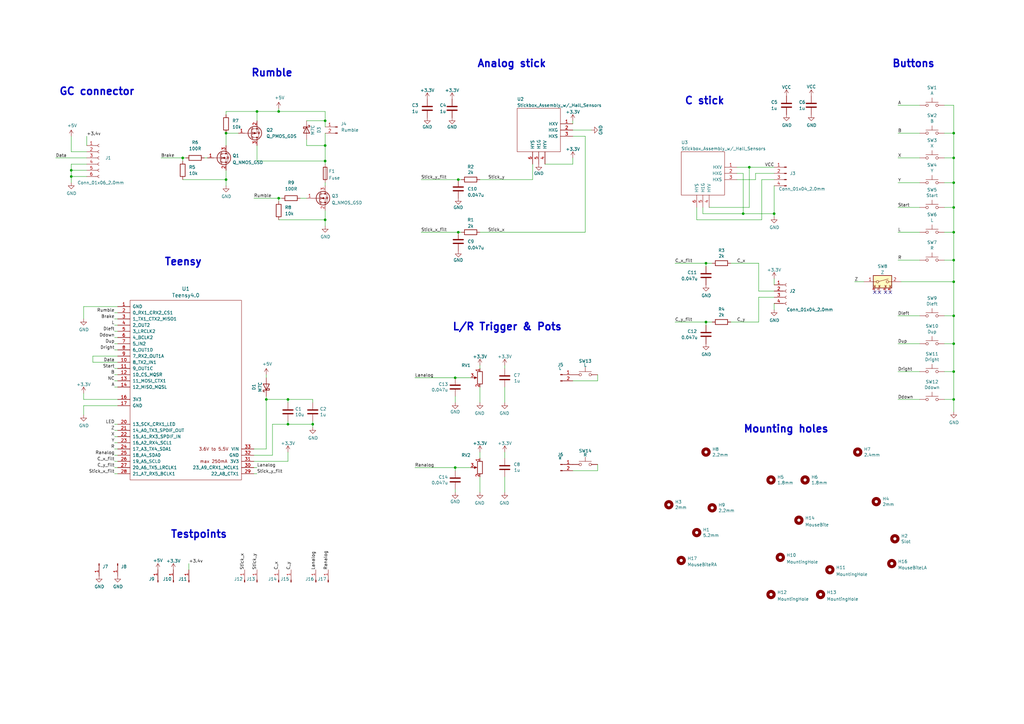
<source format=kicad_sch>
(kicad_sch (version 20211123) (generator eeschema)
  (paper "A3")
  (title_block (title "JohbGCC v1.3") (date "2022-08-19") (rev "1"))
  (junction (at 133.35 66.04))
  (junction (at 29.21 72.39))
  (junction (at 128.27 173.99))
  (junction (at 391.16 64.77))
  (junction (at 391.16 74.93))
  (junction (at 29.21 69.85))
  (junction (at 391.16 129.54))
  (junction (at 133.35 49.53))
  (junction (at 92.71 73.66))
  (junction (at 391.16 163.83))
  (junction (at 304.8 87.63))
  (junction (at 133.35 59.69))
  (junction (at 187.96 95.25))
  (junction (at 105.41 45.72))
  (junction (at 187.96 73.66))
  (junction (at 307.34 68.58))
  (junction (at 391.16 152.4))
  (junction (at 118.11 163.83))
  (junction (at 114.3 45.72))
  (junction (at 133.35 90.17))
  (junction (at 186.69 191.77))
  (junction (at 74.93 64.77))
  (junction (at 186.69 154.94))
  (junction (at 391.16 54.61))
  (junction (at 109.22 163.83))
  (junction (at 391.16 106.68))
  (junction (at 391.16 140.97))
  (junction (at 289.56 132.08))
  (junction (at 114.3 81.28))
  (junction (at 317.5 87.63))
  (junction (at 391.16 95.25))
  (junction (at 118.11 173.99))
  (junction (at 289.56 107.95))
  (junction (at 92.71 54.61))
  (junction (at 391.16 85.09))
  (junction (at 391.16 115.57))
  (no_connect (at 365.125 119.888))
  (no_connect (at 358.775 119.888))
  (no_connect (at 360.68 119.888))
  (no_connect (at 363.22 119.888))
  (wire (pts (xy 196.85 158.75) (xy 196.85 165.1)))
  (wire (pts (xy 133.35 49.53) (xy 133.35 45.72)))
  (wire (pts (xy 387.35 74.93) (xy 391.16 74.93)))
  (wire (pts (xy 311.15 119.38) (xy 311.15 107.95)))
  (wire (pts (xy 104.14 186.69) (xy 111.76 186.69)))
  (wire (pts (xy 218.44 67.31) (xy 218.44 73.66)))
  (wire (pts (xy 391.16 163.83) (xy 391.16 168.91)))
  (wire (pts (xy 391.16 140.97) (xy 391.16 152.4)))
  (wire (pts (xy 302.26 68.58) (xy 307.34 68.58)))
  (wire (pts (xy 133.35 86.36) (xy 133.35 90.17)))
  (wire (pts (xy 350.52 115.57) (xy 354.33 115.57)))
  (wire (pts (xy 299.72 132.08) (xy 311.15 132.08)))
  (wire (pts (xy 46.99 158.75) (xy 48.26 158.75)))
  (wire (pts (xy 34.29 166.37) (xy 48.26 166.37)))
  (wire (pts (xy 123.19 81.28) (xy 125.73 81.28)))
  (wire (pts (xy 189.23 95.25) (xy 187.96 95.25)))
  (wire (pts (xy 369.57 115.57) (xy 391.16 115.57)))
  (wire (pts (xy 114.3 81.28) (xy 115.57 81.28)))
  (wire (pts (xy 133.35 66.04) (xy 133.35 67.31)))
  (wire (pts (xy 317.5 119.38) (xy 311.15 119.38)))
  (wire (pts (xy 245.11 156.21) (xy 234.95 156.21)))
  (wire (pts (xy 311.15 121.92) (xy 317.5 121.92)))
  (wire (pts (xy 186.69 191.77) (xy 170.18 191.77)))
  (wire (pts (xy 245.11 190.5) (xy 245.11 193.04)))
  (wire (pts (xy 46.99 156.21) (xy 48.26 156.21)))
  (wire (pts (xy 207.01 165.1) (xy 207.01 158.75)))
  (wire (pts (xy 377.19 140.97) (xy 368.3 140.97)))
  (wire (pts (xy 234.95 53.34) (xy 242.57 53.34)))
  (wire (pts (xy 128.27 173.99) (xy 128.27 172.72)))
  (wire (pts (xy 391.16 74.93) (xy 391.16 64.77)))
  (wire (pts (xy 196.85 195.58) (xy 196.85 201.93)))
  (wire (pts (xy 240.03 55.88) (xy 240.03 95.25)))
  (wire (pts (xy 207.01 201.93) (xy 207.01 195.58)))
  (wire (pts (xy 172.72 95.25) (xy 187.96 95.25)))
  (wire (pts (xy 109.22 163.83) (xy 109.22 184.15)))
  (wire (pts (xy 196.85 95.25) (xy 240.03 95.25)))
  (wire (pts (xy 304.8 87.63) (xy 317.5 87.63)))
  (wire (pts (xy 46.99 191.77) (xy 48.26 191.77)))
  (wire (pts (xy 289.56 132.08) (xy 289.56 133.35)))
  (wire (pts (xy 92.71 45.72) (xy 92.71 46.99)))
  (wire (pts (xy 128.27 175.26) (xy 128.27 173.99)))
  (wire (pts (xy 317.5 68.58) (xy 307.34 68.58)))
  (wire (pts (xy 317.5 88.9) (xy 317.5 87.63)))
  (wire (pts (xy 35.56 69.85) (xy 29.21 69.85)))
  (wire (pts (xy 105.41 49.53) (xy 105.41 45.72)))
  (wire (pts (xy 109.22 153.67) (xy 109.22 154.94)))
  (wire (pts (xy 196.85 149.86) (xy 196.85 151.13)))
  (wire (pts (xy 38.1 146.05) (xy 48.26 146.05)))
  (wire (pts (xy 387.35 85.09) (xy 391.16 85.09)))
  (wire (pts (xy 128.27 165.1) (xy 128.27 163.83)))
  (wire (pts (xy 109.22 163.83) (xy 118.11 163.83)))
  (wire (pts (xy 35.56 64.77) (xy 22.86 64.77)))
  (wire (pts (xy 292.1 132.08) (xy 289.56 132.08)))
  (wire (pts (xy 377.19 163.83) (xy 368.3 163.83)))
  (wire (pts (xy 290.83 85.09) (xy 307.34 85.09)))
  (wire (pts (xy 133.35 54.61) (xy 133.35 59.69)))
  (wire (pts (xy 125.73 49.53) (xy 133.35 49.53)))
  (wire (pts (xy 34.29 163.83) (xy 34.29 161.29)))
  (wire (pts (xy 118.11 163.83) (xy 118.11 165.1)))
  (wire (pts (xy 186.69 165.1) (xy 186.69 162.56)))
  (wire (pts (xy 92.71 54.61) (xy 92.71 59.69)))
  (wire (pts (xy 92.71 54.61) (xy 97.79 54.61)))
  (wire (pts (xy 377.19 106.68) (xy 368.3 106.68)))
  (wire (pts (xy 105.41 45.72) (xy 114.3 45.72)))
  (wire (pts (xy 312.42 90.17) (xy 312.42 73.66)))
  (wire (pts (xy 46.99 173.99) (xy 48.26 173.99)))
  (wire (pts (xy 207.01 185.42) (xy 207.01 187.96)))
  (wire (pts (xy 289.56 109.22) (xy 289.56 107.95)))
  (wire (pts (xy 309.88 73.66) (xy 302.26 73.66)))
  (wire (pts (xy 133.35 59.69) (xy 125.73 59.69)))
  (wire (pts (xy 35.56 72.39) (xy 29.21 72.39)))
  (wire (pts (xy 288.29 87.63) (xy 304.8 87.63)))
  (wire (pts (xy 234.95 64.77) (xy 234.95 67.31)))
  (wire (pts (xy 125.73 59.69) (xy 125.73 57.15)))
  (wire (pts (xy 111.76 186.69) (xy 111.76 173.99)))
  (wire (pts (xy 34.29 166.37) (xy 34.29 170.18)))
  (wire (pts (xy 105.41 59.69) (xy 105.41 66.04)))
  (wire (pts (xy 133.35 59.69) (xy 133.35 66.04)))
  (wire (pts (xy 118.11 173.99) (xy 128.27 173.99)))
  (wire (pts (xy 391.16 106.68) (xy 391.16 115.57)))
  (wire (pts (xy 391.16 152.4) (xy 391.16 163.83)))
  (wire (pts (xy 391.16 64.77) (xy 391.16 54.61)))
  (wire (pts (xy 377.19 152.4) (xy 368.3 152.4)))
  (wire (pts (xy 48.26 184.15) (xy 46.99 184.15)))
  (wire (pts (xy 105.41 194.31) (xy 104.14 194.31)))
  (wire (pts (xy 391.16 106.68) (xy 391.16 95.25)))
  (wire (pts (xy 66.04 64.77) (xy 74.93 64.77)))
  (wire (pts (xy 311.15 107.95) (xy 299.72 107.95)))
  (wire (pts (xy 377.19 54.61) (xy 368.3 54.61)))
  (wire (pts (xy 92.71 69.85) (xy 92.71 73.66)))
  (wire (pts (xy 377.19 74.93) (xy 368.3 74.93)))
  (wire (pts (xy 35.56 62.23) (xy 29.21 62.23)))
  (wire (pts (xy 48.26 153.67) (xy 46.99 153.67)))
  (wire (pts (xy 196.85 73.66) (xy 218.44 73.66)))
  (wire (pts (xy 118.11 172.72) (xy 118.11 173.99)))
  (wire (pts (xy 111.76 173.99) (xy 118.11 173.99)))
  (wire (pts (xy 377.19 95.25) (xy 368.3 95.25)))
  (wire (pts (xy 48.26 128.27) (xy 46.99 128.27)))
  (wire (pts (xy 240.03 55.88) (xy 234.95 55.88)))
  (wire (pts (xy 48.26 130.81) (xy 46.99 130.81)))
  (wire (pts (xy 114.3 81.28) (xy 114.3 82.55)))
  (wire (pts (xy 74.93 64.77) (xy 76.2 64.77)))
  (wire (pts (xy 48.26 186.69) (xy 46.99 186.69)))
  (wire (pts (xy 48.26 143.51) (xy 46.99 143.51)))
  (wire (pts (xy 309.88 71.12) (xy 317.5 71.12)))
  (wire (pts (xy 391.16 95.25) (xy 391.16 85.09)))
  (wire (pts (xy 387.35 163.83) (xy 391.16 163.83)))
  (wire (pts (xy 387.35 129.54) (xy 391.16 129.54)))
  (wire (pts (xy 207.01 151.13) (xy 207.01 149.86)))
  (wire (pts (xy 46.99 151.13) (xy 48.26 151.13)))
  (wire (pts (xy 48.26 189.23) (xy 46.99 189.23)))
  (wire (pts (xy 307.34 85.09) (xy 307.34 68.58)))
  (wire (pts (xy 285.75 90.17) (xy 285.75 85.09)))
  (wire (pts (xy 377.19 43.18) (xy 368.3 43.18)))
  (wire (pts (xy 35.56 59.69) (xy 35.56 55.88)))
  (wire (pts (xy 104.14 81.28) (xy 114.3 81.28)))
  (wire (pts (xy 186.69 193.04) (xy 186.69 191.77)))
  (wire (pts (xy 186.69 201.93) (xy 186.69 200.66)))
  (wire (pts (xy 387.35 152.4) (xy 391.16 152.4)))
  (wire (pts (xy 276.86 107.95) (xy 289.56 107.95)))
  (wire (pts (xy 234.95 67.31) (xy 223.52 67.31)))
  (wire (pts (xy 312.42 90.17) (xy 285.75 90.17)))
  (wire (pts (xy 391.16 43.18) (xy 391.16 54.61)))
  (wire (pts (xy 391.16 85.09) (xy 391.16 74.93)))
  (wire (pts (xy 189.23 73.66) (xy 187.96 73.66)))
  (wire (pts (xy 288.29 85.09) (xy 288.29 87.63)))
  (wire (pts (xy 46.99 176.53) (xy 48.26 176.53)))
  (wire (pts (xy 196.85 185.42) (xy 196.85 187.96)))
  (wire (pts (xy 46.99 194.31) (xy 48.26 194.31)))
  (wire (pts (xy 77.47 231.14) (xy 77.47 233.68)))
  (wire (pts (xy 48.26 140.97) (xy 46.99 140.97)))
  (wire (pts (xy 311.15 121.92) (xy 311.15 132.08)))
  (wire (pts (xy 34.29 163.83) (xy 48.26 163.83)))
  (wire (pts (xy 48.26 135.89) (xy 46.99 135.89)))
  (wire (pts (xy 234.95 49.53) (xy 234.95 50.8)))
  (wire (pts (xy 109.22 162.56) (xy 109.22 163.83)))
  (wire (pts (xy 245.11 193.04) (xy 234.95 193.04)))
  (wire (pts (xy 309.88 73.66) (xy 309.88 71.12)))
  (wire (pts (xy 186.69 154.94) (xy 170.18 154.94)))
  (wire (pts (xy 317.5 124.46) (xy 317.5 127)))
  (wire (pts (xy 46.99 181.61) (xy 48.26 181.61)))
  (wire (pts (xy 133.35 66.04) (xy 105.41 66.04)))
  (wire (pts (xy 114.3 90.17) (xy 133.35 90.17)))
  (wire (pts (xy 387.35 106.68) (xy 391.16 106.68)))
  (wire (pts (xy 29.21 67.31) (xy 29.21 69.85)))
  (wire (pts (xy 74.93 64.77) (xy 74.93 66.04)))
  (wire (pts (xy 83.82 64.77) (xy 85.09 64.77)))
  (wire (pts (xy 118.11 189.23) (xy 104.14 189.23)))
  (wire (pts (xy 193.04 154.94) (xy 186.69 154.94)))
  (wire (pts (xy 74.93 73.66) (xy 92.71 73.66)))
  (wire (pts (xy 387.35 54.61) (xy 391.16 54.61)))
  (wire (pts (xy 29.21 72.39) (xy 29.21 74.93)))
  (wire (pts (xy 387.35 140.97) (xy 391.16 140.97)))
  (wire (pts (xy 48.26 133.35) (xy 46.99 133.35)))
  (wire (pts (xy 104.14 184.15) (xy 109.22 184.15)))
  (wire (pts (xy 304.8 71.12) (xy 302.26 71.12)))
  (wire (pts (xy 245.11 153.67) (xy 245.11 156.21)))
  (wire (pts (xy 114.3 44.45) (xy 114.3 45.72)))
  (wire (pts (xy 133.35 52.07) (xy 133.35 49.53)))
  (wire (pts (xy 391.16 129.54) (xy 391.16 140.97)))
  (wire (pts (xy 133.35 90.17) (xy 133.35 92.71)))
  (wire (pts (xy 105.41 191.77) (xy 104.14 191.77)))
  (wire (pts (xy 387.35 64.77) (xy 391.16 64.77)))
  (wire (pts (xy 377.19 64.77) (xy 368.3 64.77)))
  (wire (pts (xy 118.11 163.83) (xy 128.27 163.83)))
  (wire (pts (xy 304.8 87.63) (xy 304.8 71.12)))
  (wire (pts (xy 391.16 115.57) (xy 391.16 129.54)))
  (wire (pts (xy 48.26 125.73) (xy 34.29 125.73)))
  (wire (pts (xy 377.19 85.09) (xy 368.3 85.09)))
  (wire (pts (xy 46.99 179.07) (xy 48.26 179.07)))
  (wire (pts (xy 292.1 107.95) (xy 289.56 107.95)))
  (wire (pts (xy 38.1 146.05) (xy 38.1 148.59)))
  (wire (pts (xy 387.35 43.18) (xy 391.16 43.18)))
  (wire (pts (xy 317.5 116.84) (xy 317.5 114.3)))
  (wire (pts (xy 34.29 125.73) (xy 34.29 130.81)))
  (wire (pts (xy 29.21 69.85) (xy 29.21 72.39)))
  (wire (pts (xy 48.26 138.43) (xy 46.99 138.43)))
  (wire (pts (xy 92.71 73.66) (xy 92.71 76.2)))
  (wire (pts (xy 317.5 87.63) (xy 317.5 76.2)))
  (wire (pts (xy 186.69 191.77) (xy 193.04 191.77)))
  (wire (pts (xy 276.86 132.08) (xy 289.56 132.08)))
  (wire (pts (xy 377.19 129.54) (xy 368.3 129.54)))
  (wire (pts (xy 29.21 62.23) (xy 29.21 55.88)))
  (wire (pts (xy 187.96 73.66) (xy 172.72 73.66)))
  (wire (pts (xy 312.42 73.66) (xy 317.5 73.66)))
  (wire (pts (xy 133.35 74.93) (xy 133.35 76.2)))
  (wire (pts (xy 105.41 45.72) (xy 92.71 45.72)))
  (wire (pts (xy 118.11 185.42) (xy 118.11 189.23)))
  (wire (pts (xy 35.56 67.31) (xy 29.21 67.31)))
  (wire (pts (xy 133.35 45.72) (xy 114.3 45.72)))
  (wire (pts (xy 38.1 148.59) (xy 48.26 148.59)))
  (wire (pts (xy 387.35 95.25) (xy 391.16 95.25)))
  (text "Buttons" (at 365.76 27.94 0) (effects (font (size 3 3) (thickness 0.6) bold) (justify left bottom)))
  (text "Rumble" (at 102.87 31.75 0) (effects (font (size 3 3) (thickness 0.6) bold) (justify left bottom)))
  (text "C stick" (at 280.67 43.18 0) (effects (font (size 3 3) (thickness 0.6) bold) (justify left bottom)))
  (text "Analog stick" (at 195.58 27.94 0) (effects (font (size 3 3) (thickness 0.6) bold) (justify left bottom)))
  (text "Testpoints" (at 69.85 220.98 0) (effects (font (size 3 3) (thickness 0.6) bold) (justify left bottom)))
  (text "L/R Trigger & Pots" (at 185.42 135.89 0) (effects (font (size 3 3) (thickness 0.6) bold) (justify left bottom)))
  (text "GC connector" (at 24.13 39.37 0) (effects (font (size 3 3) (thickness 0.6) bold) (justify left bottom)))
  (text "Teensy" (at 67.31 109.22 0) (effects (font (size 3 3) (thickness 0.6) bold) (justify left bottom)))
  (text "Mounting holes" (at 304.8 177.8 0) (effects (font (size 3 3) (thickness 0.6) bold) (justify left bottom)))
  (label "C_y_filt" (at 46.99 191.77 180))
  (label "A" (at 368.3 43.18 0))
  (label "Stick_y_filt" (at 105.41 194.31 0))
  (label "A" (at 46.99 158.75 180))
  (label "Dleft" (at 46.99 135.89 180))
  (label "C_y_filt" (at 276.86 132.08 0))
  (label "Z" (at 46.99 176.53 180))
  (label "L" (at 368.3 95.25 0))
  (label "C_x" (at 302.26 107.95 0))
  (label "C_x" (at 114.3 233.68 90))
  (label "Lanalog" (at 105.41 191.77 0))
  (label "Rumble" (at 104.14 81.28 0))
  (label "Dleft" (at 368.3 129.54 0))
  (label "Data" (at 22.86 64.77 0))
  (label "B" (at 368.3 54.61 0))
  (label "VCC" (at 313.69 68.58 0))
  (label "Rumble" (at 46.99 128.27 180))
  (label "Z" (at 350.52 115.57 0))
  (label "Stick_y" (at 105.41 233.68 90))
  (label "Start" (at 46.99 151.13 180))
  (label "Dright" (at 46.99 143.51 180))
  (label "Stick_x" (at 100.33 233.68 90))
  (label "Ranalog" (at 134.62 233.68 90))
  (label "Lanalog" (at 129.54 233.68 90))
  (label "Dright" (at 368.3 152.4 0))
  (label "Ranalog" (at 170.18 191.77 0))
  (label "LED" (at 46.99 173.99 180))
  (label "Start" (at 368.3 85.09 0))
  (label "Stick_y" (at 207.01 73.66 180))
  (label "C_y" (at 119.38 233.68 90))
  (label "Stick_x_filt" (at 172.72 95.25 0))
  (label "B" (at 46.99 153.67 180))
  (label "Ddown" (at 368.3 163.83 0))
  (label "NC" (at 46.99 156.21 180))
  (label "Brake" (at 46.99 130.81 180))
  (label "R" (at 368.3 106.68 0))
  (label "C_x_filt" (at 276.86 107.95 0))
  (label "X" (at 46.99 179.07 180))
  (label "+3.4v" (at 77.47 231.14 0))
  (label "R" (at 46.99 184.15 180))
  (label "Data" (at 46.99 148.59 180))
  (label "Lanalog" (at 170.18 154.94 0))
  (label "Y" (at 368.3 74.93 0))
  (label "Ddown" (at 46.99 138.43 180))
  (label "C_y" (at 302.26 132.08 0))
  (label "Dup" (at 46.99 140.97 180))
  (label "C_x_filt" (at 46.99 189.23 180))
  (label "Stick_x" (at 207.01 95.25 180))
  (label "Brake" (at 66.04 64.77 0))
  (label "+3.4v" (at 35.56 55.88 0))
  (label "L" (at 46.99 133.35 180))
  (label "Ranalog" (at 46.99 186.69 180))
  (label "X" (at 368.3 64.77 0))
  (label "Stick_x_filt" (at 46.99 194.31 180))
  (label "Stick_y_filt" (at 172.72 73.66 0))
  (label "Y" (at 46.99 181.61 180))
  (label "Dup" (at 368.3 140.97 0))
  (symbol (lib_id "PhobGCC:Teensy4.0") (at 76.2 160.02 0) (unit 1) (in_bom no)
    (property "Reference" "U1" (at 76.2 118.4402 0) (effects (font (size 1.524 1.524))))
    (property "Value" "Teensy4.0" (at 76.2 121.1326 0) (effects (font (size 1.524 1.524))))
    (property "Footprint" "PhobGCC_Footprints:Teensy40_Edge_Pins" (effects hide))
  )
  (symbol (lib_id "Switch:SW_Push") (at 382.27 43.18 0) (unit 1) (in_bom no)
    (property "Reference" "SW1" (at 382.27 35.941 0))
    (property "Value" "A" (at 382.27 38.2524 0))
    (property "Footprint" "PhobGCC_Footprints:ABXY_Contact_Omron_Switch" (effects hide))
  )
  (symbol (lib_id "Switch:SW_Push") (at 382.27 54.61 0) (unit 1) (in_bom no)
    (property "Reference" "SW2" (at 382.27 47.371 0))
    (property "Value" "B" (at 382.27 49.6824 0))
    (property "Footprint" "PhobGCC_Footprints:ABXY_Contact_Omron_Switch" (effects hide))
  )
  (symbol (lib_id "Switch:SW_Push") (at 382.27 64.77 0) (unit 1) (in_bom no)
    (property "Reference" "SW3" (at 382.27 57.531 0))
    (property "Value" "X" (at 382.27 59.8424 0))
    (property "Footprint" "PhobGCC_Footprints:ABXY_Contact_Omron_Switch" (effects hide))
  )
  (symbol (lib_id "Switch:SW_Push") (at 382.27 74.93 0) (unit 1) (in_bom no)
    (property "Reference" "SW4" (at 382.27 67.691 0))
    (property "Value" "Y" (at 382.27 70.0024 0))
    (property "Footprint" "PhobGCC_Footprints:ABXY_Contact_Omron_Switch" (effects hide))
  )
  (symbol (lib_id "Switch:SW_Push") (at 382.27 85.09 0) (unit 1) (in_bom no)
    (property "Reference" "SW5" (at 382.27 77.851 0))
    (property "Value" "Start" (at 382.27 80.1624 0))
    (property "Footprint" "PhobGCC_Footprints:Start_Contact" (effects hide))
  )
  (symbol (lib_id "Switch:SW_Push") (at 382.27 95.25 0) (unit 1) (in_bom no)
    (property "Reference" "SW6" (at 382.27 88.011 0))
    (property "Value" "L" (at 382.27 90.3224 0))
    (property "Footprint" "PhobGCC_Footprints:Pin_Header_Straight_1x02_Pitch2.54mm" (effects hide))
  )
  (symbol (lib_id "Switch:SW_Push") (at 382.27 106.68 0) (unit 1) (in_bom no)
    (property "Reference" "SW7" (at 382.27 99.441 0))
    (property "Value" "R" (at 382.27 101.7524 0))
    (property "Footprint" "PhobGCC_Footprints:Pin_Header_Straight_1x02_Pitch2.54mm" (effects hide))
  )
  (symbol (lib_id "power:GND") (at 34.29 130.81 0) (unit 1)
    (property "Reference" "#PWR0102" (effects hide))
    (property "Value" "GND" (at 34.417 135.2042 0))
    (property "LCSC" "C28323" (effects hide))
  )
  (symbol (lib_id "power:GND") (at 391.16 168.91 0) (unit 1)
    (property "Reference" "#PWR0103" (effects hide))
    (property "Value" "GND" (at 391.287 173.3042 0))
    (property "LCSC" "C28323" (effects hide))
  )
  (symbol (lib_id "power:+5V") (at 29.21 55.88 0) (unit 1)
    (property "Reference" "#PWR0113" (effects hide))
    (property "Value" "+5V" (at 29.591 51.4858 0))
    (property "LCSC" "C28323" (effects hide))
  )
  (symbol (lib_id "Connector:Conn_01x06_Female") (at 40.64 64.77 0) (unit 1) (in_bom no)
    (property "Reference" "J1" (at 43.18 64.77 0) (effects (justify left)))
    (property "Value" "Conn_01x06_2.0mm" (at 31.75 74.93 0) (effects (justify left)))
    (property "Footprint" "PhobGCC_Footprints:GCC_Header_Straight_1x06_Pitch2.00mm" (effects hide))
  )
  (symbol (lib_id "PhobGCC:Slider_GCC-Gamecube_MB") (at 196.85 154.94 0) (mirror y) (unit 1) (in_bom no)
    (property "Reference" "RV1" (at 193.04 149.86 0) (effects (justify left)))
    (property "Value" "R_POT_MountingPin" (effects hide))
    (property "Footprint" "PhobGCC_Footprints:GCC_Slider" (effects hide))
  )
  (symbol (lib_id "Connector:Conn_01x04_Female") (at 322.58 119.38 0) (unit 1) (in_bom no)
    (property "Reference" "J2" (at 323.85 119.38 0) (effects (justify left)))
    (property "Value" "Conn_01x04_2.0mm" (at 322.58 127 0) (effects (justify left)))
    (property "Footprint" "PhobGCC_Footprints:PinHeader_1x04_P2.00mm_Vertical" (effects hide))
  )
  (symbol (lib_id "PhobGCC:Slider_GCC-Gamecube_MB") (at 196.85 191.77 0) (mirror y) (unit 1) (in_bom no)
    (property "Reference" "RV2" (at 193.04 186.69 0) (effects (justify left)))
    (property "Value" "R_POT_MountingPin" (effects hide))
    (property "Footprint" "PhobGCC_Footprints:GCC_Slider" (effects hide))
  )
  (symbol (lib_id "power:GND") (at 317.5 127 0) (unit 1)
    (property "Reference" "#PWR0108" (effects hide))
    (property "Value" "GND" (at 317.627 131.3942 0))
    (property "LCSC" "C28323" (effects hide))
  )
  (symbol (lib_id "Switch:SW_Push") (at 382.27 129.54 0) (unit 1) (in_bom no)
    (property "Reference" "SW9" (at 382.27 122.301 0))
    (property "Value" "Dleft" (at 382.27 124.6124 0))
    (property "Footprint" "PhobGCC_Footprints:Dpad_Contact_TL3315NF_2" (effects hide))
  )
  (symbol (lib_id "power:GND") (at 196.85 165.1 0) (mirror y) (unit 1)
    (property "Reference" "#PWR0115" (effects hide))
    (property "Value" "GND" (at 196.723 169.4942 0))
    (property "LCSC" "C28323" (effects hide))
  )
  (symbol (lib_id "Switch:SW_Push") (at 382.27 140.97 0) (unit 1) (in_bom no)
    (property "Reference" "SW10" (at 382.27 133.731 0))
    (property "Value" "Dup" (at 382.27 136.0424 0))
    (property "Footprint" "PhobGCC_Footprints:Dpad_Contact_TL3315NF_2" (effects hide))
  )
  (symbol (lib_id "Switch:SW_Push") (at 382.27 152.4 0) (unit 1) (in_bom no)
    (property "Reference" "SW11" (at 382.27 145.161 0))
    (property "Value" "Dright" (at 382.27 147.4724 0))
    (property "Footprint" "PhobGCC_Footprints:Dpad_Contact_TL3315NF_2" (effects hide))
  )
  (symbol (lib_id "Switch:SW_Push") (at 382.27 163.83 0) (unit 1) (in_bom no)
    (property "Reference" "SW12" (at 382.27 156.591 0))
    (property "Value" "Ddown" (at 382.27 158.9024 0))
    (property "Footprint" "PhobGCC_Footprints:Dpad_Contact_TL3315NF_2" (effects hide))
  )
  (symbol (lib_id "power:GND") (at 196.85 201.93 0) (mirror y) (unit 1)
    (property "Reference" "#PWR0117" (effects hide))
    (property "Value" "GND" (at 196.723 206.3242 0))
    (property "LCSC" "C28323" (effects hide))
  )
  (symbol (lib_id "PhobGCC:SW_DIP_x01") (at 361.95 115.57 0) (unit 1) (in_bom no)
    (property "Reference" "SW8" (at 361.95 109.22 0))
    (property "Value" "Z" (at 361.95 111.76 0))
    (property "Footprint" "PhobGCC_Footprints:Z_Switch_Edge_Omron" (effects hide))
    (property "Configuration_Pole-Throw" "Single Pole - Single Throw" (effects hide))
    (property "Contact_Current_Rating" "50 mA" (effects hide))
    (property "Comment" "1825027-5" (effects hide))
    (property "EU_RoHS_Compliance" "Compliant" (effects hide))
  )
  (symbol (lib_id "Device:C") (at 186.69 196.85 0) (mirror y) (unit 1)
    (property "Reference" "C14" (at 183.769 195.6816 0) (effects (justify left)))
    (property "Value" "0.047u" (at 183.769 197.993 0) (effects (justify left)))
    (property "Footprint" "Capacitor_SMD:C_0603_1608Metric_Pad1.08x0.95mm_HandSolder" (effects hide))
    (property "LCSC" "C1622" (effects hide))
  )
  (symbol (lib_id "Device:C") (at 186.69 158.75 0) (mirror y) (unit 1)
    (property "Reference" "C13" (at 183.769 157.5816 0) (effects (justify left)))
    (property "Value" "0.047u" (at 183.769 159.893 0) (effects (justify left)))
    (property "Footprint" "Capacitor_SMD:C_0603_1608Metric_Pad1.08x0.95mm_HandSolder" (effects hide))
    (property "LCSC" "C1622" (effects hide))
  )
  (symbol (lib_id "power:GND") (at 29.21 74.93 0) (unit 1)
    (property "Reference" "#PWR0112" (effects hide))
    (property "Value" "GND" (at 29.337 79.3242 0))
    (property "LCSC" "C28323" (effects hide))
  )
  (symbol (lib_id "Connector:Conn_01x01_Male") (at 40.64 231.14 270) (unit 1) (in_bom no)
    (property "Reference" "J7" (at 43.18 232.41 90))
    (property "Value" "Conn_01x01_Male" (effects hide))
    (property "Footprint" "PhobGCC_Footprints:PinHeader_1x01_P2.54mm_Vertical" (effects hide))
  )
  (symbol (lib_id "Mechanical:MountingHole") (at 285.75 218.44 0) (unit 1) (in_bom no)
    (property "Reference" "H1" (at 288.29 217.2716 0) (effects (justify left)))
    (property "Value" "5.2mm" (at 288.29 219.583 0) (effects (justify left)))
    (property "Footprint" "PhobGCC_Footprints:MountingHole_5.2mm" (effects hide))
  )
  (symbol (lib_id "Mechanical:MountingHole") (at 367.03 220.98 0) (unit 1) (in_bom no)
    (property "Reference" "H2" (at 369.57 219.8116 0) (effects (justify left)))
    (property "Value" "Slot" (at 369.57 222.123 0) (effects (justify left)))
    (property "Footprint" "PhobGCC_Footprints:Slot" (effects hide))
  )
  (symbol (lib_id "Mechanical:MountingHole") (at 274.32 207.01 0) (unit 1) (in_bom no)
    (property "Reference" "H3" (at 276.86 205.8416 0) (effects (justify left)))
    (property "Value" "2mm" (at 276.86 208.153 0) (effects (justify left)))
    (property "Footprint" "PhobGCC_Footprints:MountingHole_2.0mm" (effects hide))
  )
  (symbol (lib_id "Mechanical:MountingHole") (at 359.41 205.74 0) (unit 1) (in_bom no)
    (property "Reference" "H4" (at 361.95 204.5716 0) (effects (justify left)))
    (property "Value" "2mm" (at 361.95 206.883 0) (effects (justify left)))
    (property "Footprint" "PhobGCC_Footprints:MountingHole_2.0mm" (effects hide))
  )
  (symbol (lib_id "Mechanical:MountingHole") (at 316.23 196.85 0) (unit 1) (in_bom no)
    (property "Reference" "H5" (at 318.77 195.6816 0) (effects (justify left)))
    (property "Value" "1.8mm" (at 318.77 197.993 0) (effects (justify left)))
    (property "Footprint" "PhobGCC_Footprints:MountingHole_1.8mm" (effects hide))
  )
  (symbol (lib_id "Mechanical:MountingHole") (at 330.2 196.85 0) (unit 1) (in_bom no)
    (property "Reference" "H6" (at 332.74 195.6816 0) (effects (justify left)))
    (property "Value" "1.8mm" (at 332.74 197.993 0) (effects (justify left)))
    (property "Footprint" "PhobGCC_Footprints:MountingHole_1.8mm" (effects hide))
  )
  (symbol (lib_id "Mechanical:MountingHole") (at 351.79 185.42 0) (unit 1) (in_bom no)
    (property "Reference" "H7" (at 354.33 184.2516 0) (effects (justify left)))
    (property "Value" "2.4mm" (at 354.33 186.563 0) (effects (justify left)))
    (property "Footprint" "PhobGCC_Footprints:MountingHole_2.4mm" (effects hide))
  )
  (symbol (lib_id "Mechanical:MountingHole") (at 289.56 185.42 0) (unit 1) (in_bom no)
    (property "Reference" "H8" (at 292.1 184.2516 0) (effects (justify left)))
    (property "Value" "2.2mm" (at 292.1 186.563 0) (effects (justify left)))
    (property "Footprint" "PhobGCC_Footprints:MountingHole_2.2mm" (effects hide))
  )
  (symbol (lib_id "Mechanical:MountingHole") (at 292.1 208.28 0) (unit 1) (in_bom no)
    (property "Reference" "H9" (at 294.64 207.1116 0) (effects (justify left)))
    (property "Value" "2.2mm" (at 294.64 209.423 0) (effects (justify left)))
    (property "Footprint" "PhobGCC_Footprints:MountingHole_2.2mm" (effects hide))
  )
  (symbol (lib_id "Device:C") (at 207.01 191.77 0) (mirror y) (unit 1)
    (property "Reference" "C8" (at 213.36 190.5 0) (effects (justify left)))
    (property "Value" "1u" (at 213.36 192.8114 0) (effects (justify left)))
    (property "Footprint" "Capacitor_SMD:C_0603_1608Metric_Pad1.08x0.95mm_HandSolder" (effects hide))
    (property "LCSC" "C15849" (effects hide))
  )
  (symbol (lib_id "Connector:Conn_01x01_Male") (at 129.54 238.76 90) (unit 1) (in_bom no)
    (property "Reference" "J16" (at 127 237.49 90))
    (property "Value" "Conn_01x01_Male" (effects hide))
    (property "Footprint" "PhobGCC_Footprints:PinHeader_1x01_P2.54mm_Vertical" (effects hide))
  )
  (symbol (lib_id "power:GND") (at 289.56 140.97 0) (unit 1)
    (property "Reference" "#PWR0124" (effects hide))
    (property "Value" "GND" (at 289.687 145.3642 0))
    (property "LCSC" "C28323" (effects hide))
  )
  (symbol (lib_id "Device:C") (at 187.96 77.47 0) (unit 1)
    (property "Reference" "C10" (at 191.77 77.47 0) (effects (justify left)))
    (property "Value" "0.047u" (at 191.77 80.01 0) (effects (justify left)))
    (property "Footprint" "Capacitor_SMD:C_0603_1608Metric_Pad1.08x0.95mm_HandSolder" (effects hide))
    (property "LCSC" "C1622" (effects hide))
  )
  (symbol (lib_id "Device:R") (at 92.71 50.8 180) (unit 1)
    (property "Reference" "R7" (at 95.25 49.5299 0) (effects (justify right)))
    (property "Value" "10k" (at 95.25 52.0699 0) (effects (justify right)))
    (property "Footprint" "Resistor_SMD:R_0603_1608Metric_Pad0.98x0.95mm_HandSolder" (effects hide))
    (property "LCSC" "C25804" (effects hide))
  )
  (symbol (lib_id "power:GND") (at 128.27 175.26 0) (unit 1)
    (property "Reference" "#PWR0119" (effects hide))
    (property "Value" "GND" (at 128.397 179.6542 0))
    (property "LCSC" "C28323" (effects hide))
  )
  (symbol (lib_id "power:GND") (at 40.64 236.22 0) (unit 1)
    (property "Reference" "#PWR0131" (effects hide))
    (property "Value" "GND" (at 40.767 240.6142 0))
    (property "LCSC" "C28323" (effects hide))
  )
  (symbol (lib_id "Connector:Conn_01x02_Male") (at 229.87 153.67 0) (unit 1) (in_bom no)
    (property "Reference" "J5" (at 229.87 149.606 0))
    (property "Value" "L" (at 229.743 151.13 0) (effects (font (size 1 1))))
    (property "Footprint" "PhobGCC_Footprints:Pin_Header_Straight_1x02_Pitch2.54mm" (effects hide))
  )
  (symbol (lib_id "power:GND") (at 92.71 76.2 0) (unit 1)
    (property "Reference" "#PWR04" (effects hide))
    (property "Value" "GND" (at 92.837 80.5942 0))
    (property "LCSC" "C28323" (effects hide))
  )
  (symbol (lib_id "Connector:Conn_01x01_Male") (at 114.3 238.76 90) (unit 1) (in_bom no)
    (property "Reference" "J14" (at 111.76 237.49 90))
    (property "Value" "Conn_01x01_Male" (effects hide))
    (property "Footprint" "PhobGCC_Footprints:PinHeader_1x01_P2.54mm_Vertical" (effects hide))
  )
  (symbol (lib_id "Device:D_Schottky") (at 125.73 53.34 270) (unit 1)
    (property "Reference" "D3" (at 130.81 53.34 0))
    (property "Value" "M7C" (at 128.27 53.34 0))
    (property "Footprint" "PhobGCC_Footprints:D_SOD-123" (effects hide))
    (property "LCSC" "C8598" (effects hide))
  )
  (symbol (lib_id "Mechanical:MountingHole") (at 365.76 231.14 0) (unit 1) (in_bom no)
    (property "Reference" "H16" (at 368.3 230.3053 0) (effects (justify left)))
    (property "Value" "MouseBiteLA" (at 368.3 232.8422 0) (effects (justify left)))
    (property "Footprint" "PhobGCC_Footprints:JohbGCC_breakaway-mousebites-lr" (effects hide))
  )
  (symbol (lib_id "Mechanical:MountingHole") (at 320.04 228.6 0) (unit 1) (in_bom no)
    (property "Reference" "H10" (at 322.58 227.6915 0) (effects (justify left)))
    (property "Value" "MountingHole" (at 322.58 230.4666 0) (effects (justify left)))
    (property "Footprint" "PhobGCC_Footprints:MountingHole_1.8mm" (effects hide))
  )
  (symbol (lib_id "power:+3.3V") (at 234.95 49.53 0) (unit 1)
    (property "Reference" "#PWR0120" (effects hide))
    (property "Value" "+3.3V" (at 234.95 45.9255 0))
    (property "LCSC" "C28323" (effects hide))
  )
  (symbol (lib_id "Device:R") (at 193.04 95.25 90) (unit 1)
    (property "Reference" "R1" (at 193.04 90.17 90))
    (property "Value" "2k" (at 193.04 92.71 90))
    (property "Footprint" "Resistor_SMD:R_0603_1608Metric_Pad0.98x0.95mm_HandSolder" (effects hide))
    (property "LCSC" "C22975" (effects hide))
    (property "Manufacturer PN" "0603WAF1002T5ECopy" (effects hide))
  )
  (symbol (lib_id "Connector:Conn_01x01_Male") (at 105.41 238.76 90) (unit 1) (in_bom no)
    (property "Reference" "J13" (at 102.87 237.49 90))
    (property "Value" "Conn_01x01_Male" (effects hide))
    (property "Footprint" "PhobGCC_Footprints:PinHeader_1x01_P2.54mm_Vertical" (effects hide))
  )
  (symbol (lib_id "Device:C") (at 128.27 168.91 0) (unit 1)
    (property "Reference" "C2" (at 131.191 167.7416 0) (effects (justify left)))
    (property "Value" "1u" (at 131.191 170.053 0) (effects (justify left)))
    (property "Footprint" "Capacitor_SMD:C_0603_1608Metric_Pad1.08x0.95mm_HandSolder" (effects hide))
    (property "LCSC" "C15849" (effects hide))
  )
  (symbol (lib_id "power:GND") (at 289.56 116.84 0) (unit 1)
    (property "Reference" "#PWR0109" (effects hide))
    (property "Value" "GND" (at 289.687 121.2342 0))
    (property "LCSC" "C28323" (effects hide))
  )
  (symbol (lib_id "power:+5V") (at 109.22 153.67 0) (unit 1)
    (property "Reference" "#PWR0118" (effects hide))
    (property "Value" "+5V" (at 109.601 149.2758 0))
    (property "LCSC" "C28323" (effects hide))
  )
  (symbol (lib_id "power:GND") (at 242.57 53.34 90) (unit 1)
    (property "Reference" "#PWR0135" (effects hide))
    (property "Value" "GND" (at 246.38 53.34 0))
    (property "LCSC" "C28323" (effects hide))
  )
  (symbol (lib_id "Connector:Conn_01x02_Male") (at 229.87 190.5 0) (unit 1) (in_bom no)
    (property "Reference" "J6" (at 229.87 186.436 0))
    (property "Value" "R" (at 229.743 187.96 0) (effects (font (size 1 1))))
    (property "Footprint" "PhobGCC_Footprints:Pin_Header_Straight_1x02_Pitch2.54mm" (effects hide))
  )
  (symbol (lib_id "Device:Fuse") (at 133.35 71.12 0) (unit 1)
    (property "Reference" "F1" (at 134.874 70.2115 0) (effects (justify left)))
    (property "Value" "Fuse" (at 134.874 72.9866 0) (effects (justify left)))
    (property "Footprint" "PhobGCC_Footprints:Fuse_1206_3216Metric" (effects hide))
    (property "LCSC" "C69680" (effects hide))
  )
  (symbol (lib_id "Device:C") (at 185.42 44.45 0) (unit 1)
    (property "Reference" "C4" (at 180.34 43.18 0) (effects (justify left)))
    (property "Value" "1u" (at 180.34 45.72 0) (effects (justify left)))
    (property "Footprint" "Capacitor_SMD:C_0603_1608Metric_Pad1.08x0.95mm_HandSolder" (effects hide))
    (property "LCSC" "C15849" (effects hide))
  )
  (symbol (lib_id "power:+3.3V") (at 207.01 149.86 0) (unit 1)
    (property "Reference" "#PWR0142" (effects hide))
    (property "Value" "+3.3V" (at 207.01 146.2555 0))
    (property "LCSC" "C28323" (effects hide))
  )
  (symbol (lib_id "power:GND") (at 175.26 48.26 0) (unit 1)
    (property "Reference" "#PWR0137" (effects hide))
    (property "Value" "GND" (at 175.26 52.07 0))
    (property "LCSC" "C28323" (effects hide))
  )
  (symbol (lib_id "Mechanical:MountingHole") (at 340.36 233.68 0) (unit 1) (in_bom no)
    (property "Reference" "H11" (at 342.9 232.7715 0) (effects (justify left)))
    (property "Value" "MountingHole" (at 342.9 235.5466 0) (effects (justify left)))
    (property "Footprint" "PhobGCC_Footprints:MountingHole_5.2mm" (effects hide))
  )
  (symbol (lib_id "power:GND") (at 322.58 46.99 0) (unit 1)
    (property "Reference" "#PWR0126" (effects hide))
    (property "Value" "GND" (at 322.707 51.3842 0))
    (property "LCSC" "C28323" (effects hide))
  )
  (symbol (lib_id "Device:R") (at 295.91 107.95 270) (unit 1)
    (property "Reference" "R3" (at 295.91 102.6922 90))
    (property "Value" "2k" (at 295.91 105.0036 90))
    (property "Footprint" "Resistor_SMD:R_0603_1608Metric_Pad0.98x0.95mm_HandSolder" (effects hide))
    (property "LCSC" "C22975" (effects hide))
  )
  (symbol (lib_id "power:GND") (at 317.5 88.9 0) (unit 1)
    (property "Reference" "#PWR0144" (effects hide))
    (property "Value" "GND" (at 317.627 93.2942 0))
    (property "LCSC" "C28323" (effects hide))
  )
  (symbol (lib_id "power:+3.3V") (at 207.01 185.42 0) (unit 1)
    (property "Reference" "#PWR0140" (effects hide))
    (property "Value" "+3.3V" (at 207.01 181.8155 0))
    (property "LCSC" "C28323" (effects hide))
  )
  (symbol (lib_id "power:+3.3V") (at 317.5 114.3 0) (unit 1)
    (property "Reference" "#PWR0107" (effects hide))
    (property "Value" "+3.3V" (at 317.5 110.6955 0))
    (property "LCSC" "C28323" (effects hide))
  )
  (symbol (lib_id "Device:R") (at 193.04 73.66 270) (unit 1)
    (property "Reference" "R2" (at 193.04 68.4022 90))
    (property "Value" "2k" (at 193.04 70.7136 90))
    (property "Footprint" "Resistor_SMD:R_0603_1608Metric_Pad0.98x0.95mm_HandSolder" (effects hide))
    (property "LCSC" "C22975" (effects hide))
  )
  (symbol (lib_id "power:+5V") (at 64.77 233.68 0) (unit 1)
    (property "Reference" "#PWR0122" (effects hide))
    (property "Value" "+5V" (at 64.77 229.87 0))
    (property "LCSC" "C28323" (effects hide))
  )
  (symbol (lib_id "Connector:Conn_01x01_Male") (at 48.26 231.14 270) (unit 1) (in_bom no)
    (property "Reference" "J8" (at 50.8 232.41 90))
    (property "Value" "Conn_01x01_Male" (effects hide))
    (property "Footprint" "PhobGCC_Footprints:PinHeader_1x01_P2.54mm_Vertical" (effects hide))
  )
  (symbol (lib_id "power:+3.3V") (at 196.85 185.42 0) (unit 1)
    (property "Reference" "#PWR0139" (effects hide))
    (property "Value" "+3.3V" (at 196.85 181.8155 0))
    (property "LCSC" "C28323" (effects hide))
  )
  (symbol (lib_id "Connector:Conn_01x01_Male") (at 134.62 238.76 90) (unit 1) (in_bom no)
    (property "Reference" "J17" (at 132.08 237.49 90))
    (property "Value" "Conn_01x01_Male" (effects hide))
    (property "Footprint" "PhobGCC_Footprints:PinHeader_1x01_P2.54mm_Vertical" (effects hide))
  )
  (symbol (lib_id "Connector:Conn_01x02_Male") (at 138.43 52.07 0) (mirror y) (unit 1) (in_bom no)
    (property "Reference" "J4" (at 140.97 50.8 0))
    (property "Value" "Rumble" (at 143.51 53.34 0))
    (property "Footprint" "PhobGCC_Footprints:rumble_pins" (effects hide))
  )
  (symbol (lib_id "Mechanical:MountingHole") (at 316.23 243.84 0) (unit 1) (in_bom no)
    (property "Reference" "H12" (at 318.77 242.9315 0) (effects (justify left)))
    (property "Value" "MountingHole" (at 318.77 245.7066 0) (effects (justify left)))
    (property "Footprint" "PhobGCC_Footprints:MountingHole_2.0mm" (effects hide))
  )
  (symbol (lib_id "power:VCC") (at 332.74 39.37 0) (unit 1)
    (property "Reference" "#PWR0101" (effects hide))
    (property "Value" "VCC" (at 332.74 35.56 0))
    (property "LCSC" "C28323" (effects hide))
  )
  (symbol (lib_id "Device:R") (at 80.01 64.77 90) (unit 1)
    (property "Reference" "R6" (at 80.01 58.42 90))
    (property "Value" "100R" (at 80.01 60.96 90))
    (property "Footprint" "Resistor_SMD:R_0603_1608Metric_Pad0.98x0.95mm_HandSolder" (effects hide))
    (property "LCSC" "C22775" (effects hide))
  )
  (symbol (lib_id "power:+3.3V") (at 34.29 161.29 0) (unit 1)
    (property "Reference" "#PWR0106" (effects hide))
    (property "Value" "+3.3V" (at 34.29 157.6855 0))
    (property "LCSC" "C28323" (effects hide))
  )
  (symbol (lib_id "Device:R") (at 74.93 69.85 180) (unit 1)
    (property "Reference" "R5" (at 77.47 68.5799 0) (effects (justify right)))
    (property "Value" "10k" (at 77.47 71.1199 0) (effects (justify right)))
    (property "Footprint" "Resistor_SMD:R_0603_1608Metric_Pad0.98x0.95mm_HandSolder" (effects hide))
    (property "LCSC" "C25804" (effects hide))
  )
  (symbol (lib_id "power:+3.3V") (at 185.42 40.64 0) (unit 1)
    (property "Reference" "#PWR0123" (effects hide))
    (property "Value" "+3.3V" (at 185.42 37.0355 0))
    (property "LCSC" "C28323" (effects hide))
  )
  (symbol (lib_id "Connector:Conn_01x01_Male") (at 64.77 238.76 90) (unit 1) (in_bom no)
    (property "Reference" "J9" (at 62.23 237.49 90))
    (property "Value" "Conn_01x01_Male" (effects hide))
    (property "Footprint" "PhobGCC_Footprints:PinHeader_1x01_P2.54mm_Vertical" (effects hide))
  )
  (symbol (lib_id "Device:C") (at 175.26 44.45 0) (unit 1)
    (property "Reference" "C3" (at 168.91 43.18 0) (effects (justify left)))
    (property "Value" "1u" (at 168.91 45.72 0) (effects (justify left)))
    (property "Footprint" "Capacitor_SMD:C_0603_1608Metric_Pad1.08x0.95mm_HandSolder" (effects hide))
    (property "LCSC" "C15849" (effects hide))
  )
  (symbol (lib_id "PhobGCC:JohbGCC_Stickbox_Assembly_w{slash}_Hall_Sensors") (at 219.71 53.34 0) (unit 1) (in_bom no)
    (property "Reference" "U2" (at 212.09 40.64 0) (effects (justify left)))
    (property "Value" "Stickbox_Assembly_w/_Hall_Sensors" (at 212.09 43.18 0) (effects (justify left)))
    (property "Footprint" "PhobGCC_Footprints:JohbGCC_Stickbox_w_Hall_Sensors_A_Stick" (effects hide))
  )
  (symbol (lib_id "Device:R") (at 295.91 132.08 270) (unit 1)
    (property "Reference" "R4" (at 295.91 126.8222 90))
    (property "Value" "2k" (at 295.91 129.1336 90))
    (property "Footprint" "Resistor_SMD:R_0603_1608Metric_Pad0.98x0.95mm_HandSolder" (effects hide))
    (property "LCSC" "C22975" (effects hide))
  )
  (symbol (lib_id "Connector:Conn_01x01_Male") (at 100.33 238.76 90) (unit 1) (in_bom no)
    (property "Reference" "J12" (at 97.79 237.49 90))
    (property "Value" "Conn_01x01_Male" (effects hide))
    (property "Footprint" "PhobGCC_Footprints:PinHeader_1x01_P2.54mm_Vertical" (effects hide))
  )
  (symbol (lib_id "Connector:Conn_01x01_Male") (at 71.12 238.76 90) (unit 1) (in_bom no)
    (property "Reference" "J10" (at 68.58 237.49 90))
    (property "Value" "Conn_01x01_Male" (effects hide))
    (property "Footprint" "PhobGCC_Footprints:PinHeader_1x01_P2.54mm_Vertical" (effects hide))
  )
  (symbol (lib_id "power:GND") (at 185.42 48.26 0) (unit 1)
    (property "Reference" "#PWR0138" (effects hide))
    (property "Value" "GND" (at 185.42 52.07 0))
    (property "LCSC" "C28323" (effects hide))
  )
  (symbol (lib_id "power:GND") (at 186.69 201.93 0) (mirror y) (unit 1)
    (property "Reference" "#PWR0129" (effects hide))
    (property "Value" "GND" (at 186.69 205.74 0))
    (property "LCSC" "C28323" (effects hide))
  )
  (symbol (lib_id "power:GND") (at 48.26 236.22 0) (unit 1)
    (property "Reference" "#PWR0143" (effects hide))
    (property "Value" "GND" (at 48.387 240.6142 0))
    (property "LCSC" "C28323" (effects hide))
  )
  (symbol (lib_id "Connector:Conn_01x01_Male") (at 77.47 238.76 90) (unit 1) (in_bom no)
    (property "Reference" "J11" (at 74.93 237.49 90))
    (property "Value" "Conn_01x01_Male" (effects hide))
    (property "Footprint" "PhobGCC_Footprints:PinHeader_1x01_P2.54mm_Vertical" (effects hide))
  )
  (symbol (lib_id "power:GND") (at 34.29 170.18 0) (unit 1)
    (property "Reference" "#PWR0121" (effects hide))
    (property "Value" "GND" (at 34.417 174.5742 0))
    (property "LCSC" "C28323" (effects hide))
  )
  (symbol (lib_id "Device:R") (at 114.3 86.36 180) (unit 1)
    (property "Reference" "R8" (at 116.84 85.0899 0) (effects (justify right)))
    (property "Value" "10k" (at 116.84 87.6299 0) (effects (justify right)))
    (property "Footprint" "Resistor_SMD:R_0603_1608Metric_Pad0.98x0.95mm_HandSolder" (effects hide))
    (property "LCSC" "C25804" (effects hide))
  )
  (symbol (lib_id "Connector:Conn_01x04_Male") (at 322.58 71.12 0) (mirror y) (unit 1) (in_bom no)
    (property "Reference" "J3" (at 325.12 71.12 0))
    (property "Value" "Conn_01x04_2.0mm" (at 328.93 77.47 0))
    (property "Footprint" "PhobGCC_Footprints:PinHeader_1x04_P2.00mm_Vertical" (effects hide))
  )
  (symbol (lib_id "power:GND") (at 220.98 67.31 0) (unit 1)
    (property "Reference" "#PWR0134" (effects hide))
    (property "Value" "GND" (at 220.98 71.12 0))
    (property "LCSC" "C28323" (effects hide))
  )
  (symbol (lib_id "Device:C") (at 332.74 43.18 0) (unit 1)
    (property "Reference" "C6" (at 327.66 41.91 0) (effects (justify left)))
    (property "Value" "1u" (at 327.66 44.45 0) (effects (justify left)))
    (property "Footprint" "Capacitor_SMD:C_0603_1608Metric_Pad1.08x0.95mm_HandSolder" (effects hide))
    (property "LCSC" "C15849" (effects hide))
  )
  (symbol (lib_id "power:+3.3V") (at 175.26 40.64 0) (unit 1)
    (property "Reference" "#PWR0130" (effects hide))
    (property "Value" "+3.3V" (at 175.26 37.0355 0))
    (property "LCSC" "C28323" (effects hide))
  )
  (symbol (lib_id "power:GND") (at 332.74 46.99 0) (unit 1)
    (property "Reference" "#PWR0116" (effects hide))
    (property "Value" "GND" (at 332.867 51.3842 0))
    (property "LCSC" "C28323" (effects hide))
  )
  (symbol (lib_id "power:+3.3V") (at 234.95 64.77 0) (unit 1)
    (property "Reference" "#PWR0110" (effects hide))
    (property "Value" "+3.3V" (at 234.95 61.1655 0))
    (property "LCSC" "C28323" (effects hide))
  )
  (symbol (lib_id "Mechanical:MountingHole") (at 327.66 213.36 0) (unit 1) (in_bom no)
    (property "Reference" "H14" (at 330.2 212.4515 0) (effects (justify left)))
    (property "Value" "MouseBite" (at 330.2 215.2266 0) (effects (justify left)))
    (property "Footprint" "PhobGCC_Footprints:JohbGCC_breakaway-mousebites-cstick" (effects hide))
  )
  (symbol (lib_id "power:GND") (at 187.96 102.87 0) (unit 1)
    (property "Reference" "#PWR0133" (effects hide))
    (property "Value" "GND" (at 187.96 106.68 0))
    (property "LCSC" "C28323" (effects hide))
  )
  (symbol (lib_id "power:GND") (at 186.69 165.1 0) (mirror y) (unit 1)
    (property "Reference" "#PWR0128" (effects hide))
    (property "Value" "GND" (at 186.69 168.91 0))
    (property "LCSC" "C28323" (effects hide))
  )
  (symbol (lib_id "PhobGCC:JohbGCC_Stickbox_Assembly_w{slash}_Hall_Sensors") (at 287.02 71.12 0) (unit 1) (in_bom no)
    (property "Reference" "U3" (at 279.4 58.42 0) (effects (justify left)))
    (property "Value" "Stickbox_Assembly_w/_Hall_Sensors" (at 279.4 60.96 0) (effects (justify left)))
    (property "Footprint" "PhobGCC_Footprints:JohbGCC_Stickbox_w_Hall_Sensors_C_Stick" (effects hide))
  )
  (symbol (lib_id "Mechanical:MountingHole") (at 279.4 229.87 0) (unit 1) (in_bom no)
    (property "Reference" "H17" (at 281.94 229.0353 0) (effects (justify left)))
    (property "Value" "MouseBiteRA" (at 281.94 231.5722 0) (effects (justify left)))
    (property "Footprint" "PhobGCC_Footprints:JohbGCC_breakaway-mousebites-lr" (effects hide))
  )
  (symbol (lib_id "Device:Q_NMOS_GSD") (at 90.17 64.77 0) (unit 1)
    (property "Reference" "Q1" (at 95.377 63.8615 0) (effects (justify left)))
    (property "Value" "Q_NMOS_GSD" (at 95.377 66.6366 0) (effects (justify left)))
    (property "Footprint" "PhobGCC_Footprints:SOT-23" (effects hide))
    (property "LCSC" "C20917" (effects hide))
  )
  (symbol (lib_id "Connector:Conn_01x01_Male") (at 119.38 238.76 90) (unit 1) (in_bom no)
    (property "Reference" "J15" (at 116.84 237.49 90))
    (property "Value" "Conn_01x01_Male" (effects hide))
    (property "Footprint" "PhobGCC_Footprints:PinHeader_1x01_P2.54mm_Vertical" (effects hide))
  )
  (symbol (lib_id "Device:Q_PMOS_GSD") (at 102.87 54.61 0) (mirror x) (unit 1)
    (property "Reference" "Q2" (at 109.22 53.3399 0) (effects (justify left)))
    (property "Value" "Q_PMOS_GDS" (at 109.22 55.8799 0) (effects (justify left)))
    (property "Footprint" "PhobGCC_Footprints:SOT-23" (effects hide))
    (property "LCSC" "C15127" (effects hide))
  )
  (symbol (lib_id "Device:D_Schottky") (at 109.22 158.75 90) (unit 1)
    (property "Reference" "D1" (at 104.14 158.75 0))
    (property "Value" "M7C" (at 106.68 158.75 0))
    (property "Footprint" "PhobGCC_Footprints:D_SOD-123" (effects hide))
    (property "LCSC" "C8598" (effects hide))
  )
  (symbol (lib_id "Device:C") (at 187.96 99.06 0) (unit 1)
    (property "Reference" "C9" (at 191.77 99.06 0) (effects (justify left)))
    (property "Value" "0.047u" (at 191.77 101.6 0) (effects (justify left)))
    (property "Footprint" "Capacitor_SMD:C_0603_1608Metric_Pad1.08x0.95mm_HandSolder" (effects hide))
    (property "LCSC" "C1622" (effects hide))
  )
  (symbol (lib_id "Mechanical:MountingHole") (at 336.55 243.84 0) (unit 1) (in_bom no)
    (property "Reference" "H13" (at 339.09 242.9315 0) (effects (justify left)))
    (property "Value" "MountingHole" (at 339.09 245.7066 0) (effects (justify left)))
    (property "Footprint" "PhobGCC_Footprints:MountingHole_2.0mm" (effects hide))
  )
  (symbol (lib_id "Device:C") (at 289.56 113.03 0) (unit 1)
    (property "Reference" "C11" (at 281.94 111.76 0) (effects (justify left)))
    (property "Value" "0.047u" (at 279.4 114.3 0) (effects (justify left)))
    (property "Footprint" "Capacitor_SMD:C_0603_1608Metric_Pad1.08x0.95mm_HandSolder" (effects hide))
    (property "LCSC" "C1622" (effects hide))
  )
  (symbol (lib_id "Switch:SW_Push") (at 240.03 190.5 0) (mirror y) (unit 1) (in_bom no)
    (property "Reference" "SW14" (at 240.03 184.912 0))
    (property "Value" "R" (at 240.03 186.563 0))
    (property "Footprint" "PhobGCC_Footprints:Trigger_Contact" (effects hide))
  )
  (symbol (lib_id "power:GND") (at 207.01 165.1 0) (mirror y) (unit 1)
    (property "Reference" "#PWR0127" (effects hide))
    (property "Value" "GND" (at 206.883 169.4942 0))
    (property "LCSC" "C28323" (effects hide))
  )
  (symbol (lib_id "Device:R") (at 119.38 81.28 90) (unit 1)
    (property "Reference" "R9" (at 119.38 74.93 90))
    (property "Value" "100R" (at 119.38 77.47 90))
    (property "Footprint" "Resistor_SMD:R_0603_1608Metric_Pad0.98x0.95mm_HandSolder" (effects hide))
    (property "LCSC" "C22775" (effects hide))
  )
  (symbol (lib_id "power:+3.3V") (at 196.85 149.86 0) (unit 1)
    (property "Reference" "#PWR0141" (effects hide))
    (property "Value" "+3.3V" (at 196.85 146.2555 0))
    (property "LCSC" "C28323" (effects hide))
  )
  (symbol (lib_id "power:GND") (at 187.96 81.28 0) (unit 1)
    (property "Reference" "#PWR0132" (effects hide))
    (property "Value" "GND" (at 187.96 85.09 0))
    (property "LCSC" "C28323" (effects hide))
  )
  (symbol (lib_id "power:VCC") (at 322.58 39.37 0) (unit 1)
    (property "Reference" "#PWR0125" (effects hide))
    (property "Value" "VCC" (at 322.58 35.7655 0))
    (property "LCSC" "C28323" (effects hide))
  )
  (symbol (lib_id "power:+5V") (at 114.3 44.45 0) (unit 1)
    (property "Reference" "#PWR0111" (effects hide))
    (property "Value" "+5V" (at 114.681 40.0558 0))
    (property "LCSC" "C28323" (effects hide))
  )
  (symbol (lib_id "Switch:SW_Push") (at 240.03 153.67 0) (mirror y) (unit 1) (in_bom no)
    (property "Reference" "SW13" (at 240.03 148.082 0))
    (property "Value" "L" (at 240.03 149.733 0))
    (property "Footprint" "PhobGCC_Footprints:Trigger_Contact" (effects hide))
  )
  (symbol (lib_id "Device:C") (at 289.56 137.16 0) (unit 1)
    (property "Reference" "C12" (at 281.94 135.89 0) (effects (justify left)))
    (property "Value" "0.047u" (at 279.4 138.43 0) (effects (justify left)))
    (property "Footprint" "Capacitor_SMD:C_0603_1608Metric_Pad1.08x0.95mm_HandSolder" (effects hide))
    (property "LCSC" "C1622" (effects hide))
  )
  (symbol (lib_id "Device:C") (at 118.11 168.91 0) (unit 1)
    (property "Reference" "C1" (at 121.031 167.7416 0) (effects (justify left)))
    (property "Value" "10u" (at 121.031 170.053 0) (effects (justify left)))
    (property "Footprint" "Capacitor_SMD:C_0603_1608Metric_Pad1.08x0.95mm_HandSolder" (effects hide))
    (property "LCSC" "C19702" (effects hide))
  )
  (symbol (lib_id "power:+3.3V") (at 71.12 233.68 0) (mirror y) (unit 1)
    (property "Reference" "#PWR0104" (effects hide))
    (property "Value" "+3.3V" (at 71.12 230.0755 0))
    (property "LCSC" "C28323" (effects hide))
  )
  (symbol (lib_id "Device:C") (at 322.58 43.18 0) (unit 1)
    (property "Reference" "C5" (at 316.23 41.91 0) (effects (justify left)))
    (property "Value" "1u" (at 316.23 44.45 0) (effects (justify left)))
    (property "Footprint" "Capacitor_SMD:C_0603_1608Metric_Pad1.08x0.95mm_HandSolder" (effects hide))
    (property "LCSC" "C15849" (effects hide))
  )
  (symbol (lib_id "Device:C") (at 207.01 154.94 0) (mirror y) (unit 1)
    (property "Reference" "C7" (at 213.36 153.8986 0) (effects (justify left)))
    (property "Value" "1u" (at 213.36 156.21 0) (effects (justify left)))
    (property "Footprint" "Capacitor_SMD:C_0603_1608Metric_Pad1.08x0.95mm_HandSolder" (effects hide))
    (property "LCSC" "C15849" (effects hide))
  )
  (symbol (lib_id "power:+3.3V") (at 118.11 185.42 0) (unit 1)
    (property "Reference" "#PWR0105" (effects hide))
    (property "Value" "+3.3V" (at 118.11 181.8155 0))
    (property "LCSC" "C28323" (effects hide))
  )
  (symbol (lib_id "Device:Q_NMOS_GSD") (at 130.81 81.28 0) (unit 1)
    (property "Reference" "Q3" (at 136.017 80.3715 0) (effects (justify left)))
    (property "Value" "Q_NMOS_GSD" (at 136.017 83.1466 0) (effects (justify left)))
    (property "Footprint" "PhobGCC_Footprints:SOT-23" (effects hide))
    (property "LCSC" "C20917" (effects hide))
  )
  (symbol (lib_id "power:GND") (at 207.01 201.93 0) (mirror y) (unit 1)
    (property "Reference" "#PWR0136" (effects hide))
    (property "Value" "GND" (at 206.883 206.3242 0))
    (property "LCSC" "C28323" (effects hide))
  )
  (symbol (lib_id "power:GND") (at 133.35 92.71 0) (unit 1)
    (property "Reference" "#PWR0114" (effects hide))
    (property "Value" "GND" (at 133.477 97.1042 0))
    (property "LCSC" "C28323" (effects hide))
  )
)
</source>
